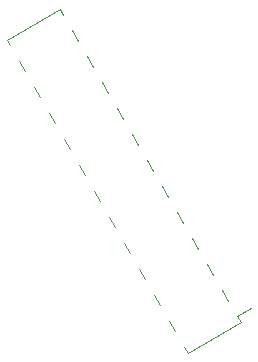
<source format=gbo>
%TF.GenerationSoftware,KiCad,Pcbnew,8.0.8*%
%TF.CreationDate,2025-03-26T11:08:01-07:00*%
%TF.ProjectId,led_mapper_850_mirrored,6c65645f-6d61-4707-9065-725f3835305f,rev?*%
%TF.SameCoordinates,Original*%
%TF.FileFunction,Legend,Bot*%
%TF.FilePolarity,Positive*%
%FSLAX46Y46*%
G04 Gerber Fmt 4.6, Leading zero omitted, Abs format (unit mm)*
G04 Created by KiCad (PCBNEW 8.0.8) date 2025-03-26 11:08:01*
%MOMM*%
%LPD*%
G01*
G04 APERTURE LIST*
G04 Aperture macros list*
%AMRotRect*
0 Rectangle, with rotation*
0 The origin of the aperture is its center*
0 $1 length*
0 $2 width*
0 $3 Rotation angle, in degrees counterclockwise*
0 Add horizontal line*
21,1,$1,$2,0,0,$3*%
G04 Aperture macros list end*
%ADD10C,0.120000*%
%ADD11RotRect,5.000000X1.270000X30.000000*%
G04 APERTURE END LIST*
D10*
%TO.C,J1*%
X-57185075Y-34909959D02*
X-52681743Y-32309959D01*
X-56900075Y-35403594D02*
X-57185075Y-34909959D01*
X-55630075Y-37603298D02*
X-56140075Y-36719952D01*
X-54360075Y-39803003D02*
X-54870075Y-38919657D01*
X-53090075Y-42002707D02*
X-53600075Y-41119361D01*
X-52396743Y-32803594D02*
X-52681743Y-32309959D01*
X-51820075Y-44202412D02*
X-52330075Y-43319066D01*
X-51126743Y-35003298D02*
X-51636743Y-34119952D01*
X-50550075Y-46402116D02*
X-51060075Y-45518771D01*
X-49856743Y-37203003D02*
X-50366743Y-36319657D01*
X-49280075Y-48601821D02*
X-49790075Y-47718475D01*
X-48586743Y-39402707D02*
X-49096743Y-38519361D01*
X-48010075Y-50801525D02*
X-48520075Y-49918180D01*
X-47316743Y-41602412D02*
X-47826743Y-40719066D01*
X-46740075Y-53001230D02*
X-47250075Y-52117884D01*
X-46046743Y-43802116D02*
X-46556743Y-42918771D01*
X-45470075Y-55200935D02*
X-45980075Y-54317589D01*
X-44776743Y-46001821D02*
X-45286743Y-45118475D01*
X-44200075Y-57400639D02*
X-44710075Y-56517293D01*
X-43506743Y-48201525D02*
X-44016743Y-47318180D01*
X-42930075Y-59600344D02*
X-43440075Y-58716998D01*
X-42236743Y-50401230D02*
X-42746743Y-49517884D01*
X-41885075Y-61410337D02*
X-42170075Y-60916702D01*
X-41885075Y-61410337D02*
X-37381743Y-58810337D01*
X-40966743Y-52600935D02*
X-41476743Y-51717589D01*
X-39696743Y-54800639D02*
X-40206743Y-53917293D01*
X-38426743Y-57000344D02*
X-38936743Y-56116998D01*
X-37666743Y-58316702D02*
X-36488948Y-57636702D01*
X-37381743Y-58810337D02*
X-37666743Y-58316702D01*
%TD*%
%LPC*%
D11*
%TO.C,J1*%
X-43346818Y-60718523D03*
X-44616819Y-58518817D03*
X-45886818Y-56319114D03*
X-47156818Y-54119409D03*
X-48426818Y-51919705D03*
X-49696818Y-49720000D03*
X-50966818Y-47520296D03*
X-52236818Y-45320591D03*
X-53506818Y-43120886D03*
X-54776818Y-40921182D03*
X-56046818Y-38721477D03*
X-57316818Y-36521773D03*
X-37250000Y-57198523D03*
X-38520000Y-54998819D03*
X-39790000Y-52799114D03*
X-41060000Y-50599410D03*
X-42330000Y-48399705D03*
X-43600000Y-46200000D03*
X-44870000Y-44000296D03*
X-46140000Y-41800591D03*
X-47410000Y-39600887D03*
X-48680000Y-37401182D03*
X-49949999Y-35201479D03*
X-51220000Y-33001773D03*
%TD*%
%LPD*%
M02*

</source>
